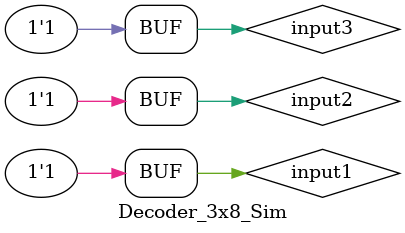
<source format=v>
`timescale 1ns / 1ps


module Decoder_3x8_Sim();
reg input1;
reg input2;
reg input3;
wire [7:0]result;

Decoder_3x8 D1(input1, input2, input3, result);

initial
begin
    #50
    input1 = 0;
    input2 = 0;
    input3 = 0;
    
    #50
    input1 = 0;
    input2 = 0;
    input3 = 1;
    
    #50
    input1 = 0;
    input2 = 1;
    input3 = 0;
    
    #50
    input1 = 0;
    input2 = 1;
    input3 = 1;
    
    #50
    input1 = 1;
    input2 = 0;
    input3 = 0;
    
    #50
    input1 = 1;
    input2 = 0;
    input3 = 1;
    
    #50
    input1 = 1;
    input2 = 1;
    input3 = 0;
    
    #50
    input1 = 1;
    input2 = 1;
    input3 = 1;
    
end
endmodule

</source>
